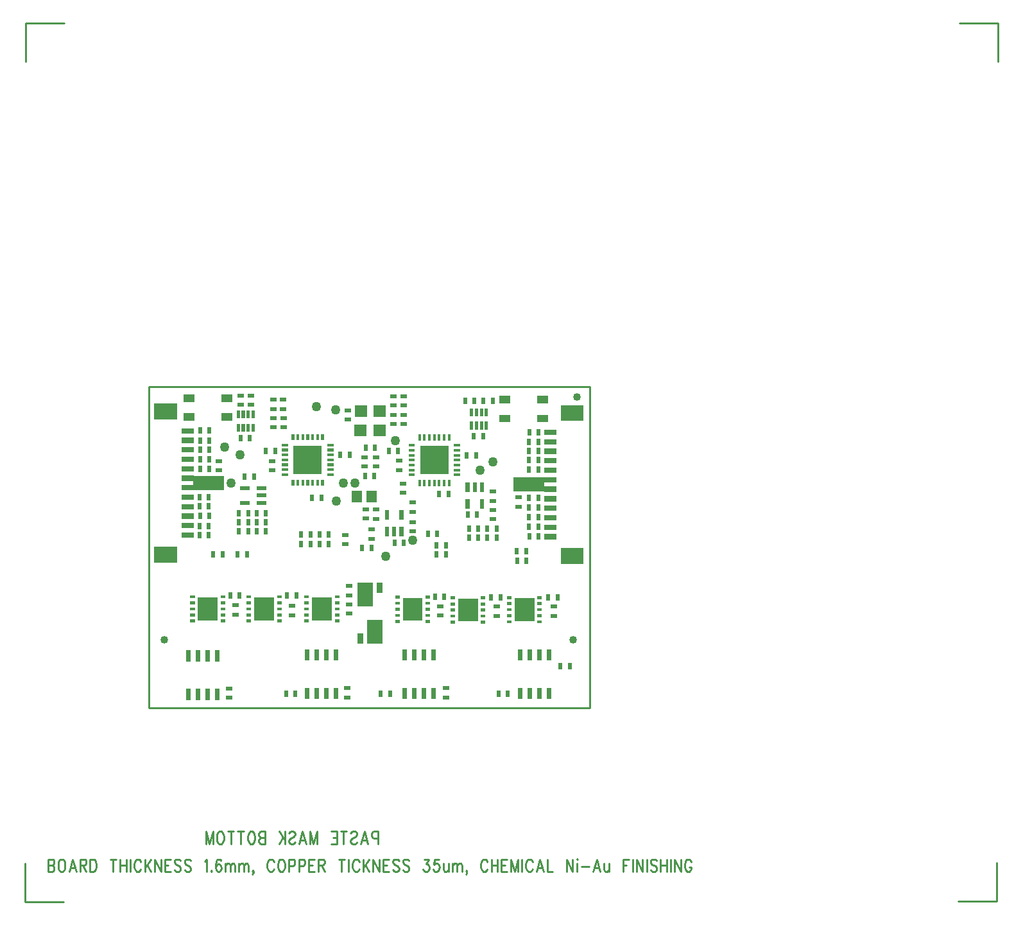
<source format=gbr>
*
*
G04 PADS Layout (Build Number 2007.21.1) generated Gerber (RS-274-X) file*
G04 PC Version=2.1*
*
%IN "2FOC-002.pcb"*%
*
%MOIN*%
*
%FSLAX35Y35*%
*
*
*
*
G04 PC Standard Apertures*
*
*
G04 Thermal Relief Aperture macro.*
%AMTER*
1,1,$1,0,0*
1,0,$1-$2,0,0*
21,0,$3,$4,0,0,45*
21,0,$3,$4,0,0,135*
%
*
*
G04 Annular Aperture macro.*
%AMANN*
1,1,$1,0,0*
1,0,$2,0,0*
%
*
*
G04 Odd Aperture macro.*
%AMODD*
1,1,$1,0,0*
1,0,$1-0.005,0,0*
%
*
*
G04 PC Custom Aperture Macros*
*
*
*
*
*
*
G04 PC Aperture Table*
*
%ADD010C,0.01*%
%ADD016R,0.035X0.024*%
%ADD019R,0.024X0.035*%
%ADD026R,0.052X0.06*%
%ADD035C,0.04*%
%ADD037C,0.05*%
%ADD048R,0.16X0.076*%
%ADD070C,0.001*%
%ADD072R,0.02756X0.02756*%
%ADD073R,0.08268X0.08268*%
%ADD076R,0.01575X0.01575*%
%ADD077R,0.10236X0.10236*%
%ADD079R,0.07992X0.07992*%
%ADD080R,0.02992X0.02992*%
%ADD093R,0.02362X0.02362*%
%ADD094R,0.01378X0.01378*%
%ADD095R,0.14567X0.14567*%
%ADD096R,0.05906X0.05906*%
%ADD097R,0.017X0.017*%
%ADD098R,0.021X0.021*%
%ADD126R,0.03937X0.03937*%
*
*
*
*
G04 PC Circuitry*
G04 Layer Name 2FOC-002.pcb - circuitry*
%LPD*%
*
*
G04 PC Custom Flashes*
G04 Layer Name 2FOC-002.pcb - flashes*
%LPD*%
*
*
G04 PC Circuitry*
G04 Layer Name 2FOC-002.pcb - circuitry*
%LPD*%
*
G54D10*
G01X1930512Y1408492D02*
Y1401929D01*
Y1408492D02*
X1928466D01*
X1927785Y1408179*
X1927557Y1407867*
X1927330Y1407242*
Y1406304*
X1927557Y1405679*
X1927785Y1405367*
X1928466Y1405054*
X1930512*
X1923466Y1408492D02*
X1925285Y1401929D01*
X1923466Y1408492D02*
X1921648Y1401929D01*
X1924603Y1404117D02*
X1922330D01*
X1916421Y1407554D02*
X1916875Y1408179D01*
X1917557Y1408492*
X1918466*
X1919148Y1408179*
X1919603Y1407554*
Y1406929*
X1919375Y1406304*
X1919148Y1405992*
X1918694Y1405679*
X1917330Y1405054*
X1916875Y1404742*
X1916648Y1404429*
X1916421Y1403804*
Y1402867*
X1916875Y1402242*
X1917557Y1401929*
X1918466*
X1919148Y1402242*
X1919603Y1402867*
X1912785Y1408492D02*
Y1401929D01*
X1914375Y1408492D02*
X1911194D01*
X1909148D02*
Y1401929D01*
Y1408492D02*
X1906194D01*
X1909148Y1405367D02*
X1907330D01*
X1909148Y1401929D02*
X1906194D01*
X1898921Y1408492D02*
Y1401929D01*
Y1408492D02*
X1897103Y1401929D01*
X1895285Y1408492D02*
X1897103Y1401929D01*
X1895285Y1408492D02*
Y1401929D01*
X1891421Y1408492D02*
X1893239Y1401929D01*
X1891421Y1408492D02*
X1889603Y1401929D01*
X1892557Y1404117D02*
X1890285D01*
X1884375Y1407554D02*
X1884830Y1408179D01*
X1885512Y1408492*
X1886421*
X1887103Y1408179*
X1887557Y1407554*
Y1406929*
X1887330Y1406304*
X1887103Y1405992*
X1886648Y1405679*
X1885285Y1405054*
X1884830Y1404742*
X1884603Y1404429*
X1884375Y1403804*
Y1402867*
X1884830Y1402242*
X1885512Y1401929*
X1886421*
X1887103Y1402242*
X1887557Y1402867*
X1882330Y1408492D02*
Y1401929D01*
X1879148Y1408492D02*
X1882330Y1404117D01*
X1881194Y1405679D02*
X1879148Y1401929D01*
X1871875Y1408492D02*
Y1401929D01*
Y1408492D02*
X1869830D01*
X1869148Y1408179*
X1868921Y1407867*
X1868694Y1407242*
Y1406617*
X1868921Y1405992*
X1869148Y1405679*
X1869830Y1405367*
X1871875D02*
X1869830D01*
X1869148Y1405054*
X1868921Y1404742*
X1868694Y1404117*
Y1403179*
X1868921Y1402554*
X1869148Y1402242*
X1869830Y1401929*
X1871875*
X1865285Y1408492D02*
X1865739Y1408179D01*
X1866194Y1407554*
X1866421Y1406929*
X1866648Y1405992*
Y1404429*
X1866421Y1403492*
X1866194Y1402867*
X1865739Y1402242*
X1865285Y1401929*
X1864375*
X1863921Y1402242*
X1863466Y1402867*
X1863239Y1403492*
X1863012Y1404429*
Y1405992*
X1863239Y1406929*
X1863466Y1407554*
X1863921Y1408179*
X1864375Y1408492*
X1865285*
X1859375D02*
Y1401929D01*
X1860966Y1408492D02*
X1857785D01*
X1854148D02*
Y1401929D01*
X1855739Y1408492D02*
X1852557D01*
X1849148D02*
X1849603Y1408179D01*
X1850057Y1407554*
X1850285Y1406929*
X1850512Y1405992*
Y1404429*
X1850285Y1403492*
X1850057Y1402867*
X1849603Y1402242*
X1849148Y1401929*
X1848239*
X1847785Y1402242*
X1847330Y1402867*
X1847103Y1403492*
X1846875Y1404429*
Y1405992*
X1847103Y1406929*
X1847330Y1407554*
X1847785Y1408179*
X1848239Y1408492*
X1849148*
X1844830D02*
Y1401929D01*
Y1408492D02*
X1843012Y1401929D01*
X1841194Y1408492D02*
X1843012Y1401929D01*
X1841194Y1408492D02*
Y1401929D01*
X1759252Y1394122D02*
Y1387559D01*
Y1394122D02*
X1761297D01*
X1761979Y1393809*
X1762207Y1393497*
X1762434Y1392872*
Y1392247*
X1762207Y1391622*
X1761979Y1391309*
X1761297Y1390997*
X1759252D02*
X1761297D01*
X1761979Y1390684*
X1762207Y1390372*
X1762434Y1389747*
Y1388809*
X1762207Y1388184*
X1761979Y1387872*
X1761297Y1387559*
X1759252*
X1765843Y1394122D02*
X1765388Y1393809D01*
X1764934Y1393184*
X1764707Y1392559*
X1764479Y1391622*
Y1390059*
X1764707Y1389122*
X1764934Y1388497*
X1765388Y1387872*
X1765843Y1387559*
X1766752*
X1767207Y1387872*
X1767661Y1388497*
X1767888Y1389122*
X1768116Y1390059*
Y1391622*
X1767888Y1392559*
X1767661Y1393184*
X1767207Y1393809*
X1766752Y1394122*
X1765843*
X1771979D02*
X1770161Y1387559D01*
X1771979Y1394122D02*
X1773797Y1387559D01*
X1770843Y1389747D02*
X1773116D01*
X1775843Y1394122D02*
Y1387559D01*
Y1394122D02*
X1777888D01*
X1778570Y1393809*
X1778797Y1393497*
X1779025Y1392872*
Y1392247*
X1778797Y1391622*
X1778570Y1391309*
X1777888Y1390997*
X1775843*
X1777434D02*
X1779025Y1387559D01*
X1781070Y1394122D02*
Y1387559D01*
Y1394122D02*
X1782661D01*
X1783343Y1393809*
X1783797Y1393184*
X1784025Y1392559*
X1784252Y1391622*
Y1390059*
X1784025Y1389122*
X1783797Y1388497*
X1783343Y1387872*
X1782661Y1387559*
X1781070*
X1793116Y1394122D02*
Y1387559D01*
X1791525Y1394122D02*
X1794707D01*
X1796752D02*
Y1387559D01*
X1799934Y1394122D02*
Y1387559D01*
X1796752Y1390997D02*
X1799934D01*
X1801979Y1394122D02*
Y1387559D01*
X1807434Y1392559D02*
X1807207Y1393184D01*
X1806752Y1393809*
X1806297Y1394122*
X1805388*
X1804934Y1393809*
X1804479Y1393184*
X1804252Y1392559*
X1804025Y1391622*
Y1390059*
X1804252Y1389122*
X1804479Y1388497*
X1804934Y1387872*
X1805388Y1387559*
X1806297*
X1806752Y1387872*
X1807207Y1388497*
X1807434Y1389122*
X1809479Y1394122D02*
Y1387559D01*
X1812661Y1394122D02*
X1809479Y1389747D01*
X1810616Y1391309D02*
X1812661Y1387559D01*
X1814707Y1394122D02*
Y1387559D01*
Y1394122D02*
X1817888Y1387559D01*
Y1394122D02*
Y1387559D01*
X1819934Y1394122D02*
Y1387559D01*
Y1394122D02*
X1822888D01*
X1819934Y1390997D02*
X1821752D01*
X1819934Y1387559D02*
X1822888D01*
X1828116Y1393184D02*
X1827661Y1393809D01*
X1826979Y1394122*
X1826070*
X1825388Y1393809*
X1824934Y1393184*
Y1392559*
X1825161Y1391934*
X1825388Y1391622*
X1825843Y1391309*
X1827207Y1390684*
X1827661Y1390372*
X1827888Y1390059*
X1828116Y1389434*
Y1388497*
X1827661Y1387872*
X1826979Y1387559*
X1826070*
X1825388Y1387872*
X1824934Y1388497*
X1833343Y1393184D02*
X1832888Y1393809D01*
X1832207Y1394122*
X1831297*
X1830616Y1393809*
X1830161Y1393184*
Y1392559*
X1830388Y1391934*
X1830616Y1391622*
X1831070Y1391309*
X1832434Y1390684*
X1832888Y1390372*
X1833116Y1390059*
X1833343Y1389434*
Y1388497*
X1832888Y1387872*
X1832207Y1387559*
X1831297*
X1830616Y1387872*
X1830161Y1388497*
X1840616Y1392872D02*
X1841070Y1393184D01*
X1841752Y1394122*
Y1387559*
X1844025Y1388184D02*
X1843797Y1387872D01*
X1844025Y1387559*
X1844252Y1387872*
X1844025Y1388184*
X1849025Y1393184D02*
X1848797Y1393809D01*
X1848116Y1394122*
X1847661*
X1846979Y1393809*
X1846525Y1392872*
X1846297Y1391309*
Y1389747*
X1846525Y1388497*
X1846979Y1387872*
X1847661Y1387559*
X1847888*
X1848570Y1387872*
X1849025Y1388497*
X1849252Y1389434*
Y1389747*
X1849025Y1390684*
X1848570Y1391309*
X1847888Y1391622*
X1847661*
X1846979Y1391309*
X1846525Y1390684*
X1846297Y1389747*
X1851297Y1391934D02*
Y1387559D01*
Y1390684D02*
X1851979Y1391622D01*
X1852434Y1391934*
X1853116*
X1853570Y1391622*
X1853797Y1390684*
Y1387559*
Y1390684D02*
X1854479Y1391622D01*
X1854934Y1391934*
X1855616*
X1856070Y1391622*
X1856297Y1390684*
Y1387559*
X1858343Y1391934D02*
Y1387559D01*
Y1390684D02*
X1859025Y1391622D01*
X1859479Y1391934*
X1860161*
X1860616Y1391622*
X1860843Y1390684*
Y1387559*
Y1390684D02*
X1861525Y1391622D01*
X1861979Y1391934*
X1862661*
X1863116Y1391622*
X1863343Y1390684*
Y1387559*
X1865843Y1387872D02*
X1865616Y1387559D01*
X1865388Y1387872*
X1865616Y1388184*
X1865843Y1387872*
Y1387247*
X1865616Y1386622*
X1865388Y1386309*
X1876525Y1392559D02*
X1876297Y1393184D01*
X1875843Y1393809*
X1875388Y1394122*
X1874479*
X1874025Y1393809*
X1873570Y1393184*
X1873343Y1392559*
X1873116Y1391622*
Y1390059*
X1873343Y1389122*
X1873570Y1388497*
X1874025Y1387872*
X1874479Y1387559*
X1875388*
X1875843Y1387872*
X1876297Y1388497*
X1876525Y1389122*
X1879934Y1394122D02*
X1879479Y1393809D01*
X1879025Y1393184*
X1878797Y1392559*
X1878570Y1391622*
Y1390059*
X1878797Y1389122*
X1879025Y1388497*
X1879479Y1387872*
X1879934Y1387559*
X1880843*
X1881297Y1387872*
X1881752Y1388497*
X1881979Y1389122*
X1882207Y1390059*
Y1391622*
X1881979Y1392559*
X1881752Y1393184*
X1881297Y1393809*
X1880843Y1394122*
X1879934*
X1884252D02*
Y1387559D01*
Y1394122D02*
X1886297D01*
X1886979Y1393809*
X1887207Y1393497*
X1887434Y1392872*
Y1391934*
X1887207Y1391309*
X1886979Y1390997*
X1886297Y1390684*
X1884252*
X1889479Y1394122D02*
Y1387559D01*
Y1394122D02*
X1891525D01*
X1892207Y1393809*
X1892434Y1393497*
X1892661Y1392872*
Y1391934*
X1892434Y1391309*
X1892207Y1390997*
X1891525Y1390684*
X1889479*
X1894707Y1394122D02*
Y1387559D01*
Y1394122D02*
X1897661D01*
X1894707Y1390997D02*
X1896525D01*
X1894707Y1387559D02*
X1897661D01*
X1899707Y1394122D02*
Y1387559D01*
Y1394122D02*
X1901752D01*
X1902434Y1393809*
X1902661Y1393497*
X1902888Y1392872*
Y1392247*
X1902661Y1391622*
X1902434Y1391309*
X1901752Y1390997*
X1899707*
X1901297D02*
X1902888Y1387559D01*
X1911752Y1394122D02*
Y1387559D01*
X1910161Y1394122D02*
X1913343D01*
X1915388D02*
Y1387559D01*
X1920843Y1392559D02*
X1920616Y1393184D01*
X1920161Y1393809*
X1919707Y1394122*
X1918797*
X1918343Y1393809*
X1917888Y1393184*
X1917661Y1392559*
X1917434Y1391622*
Y1390059*
X1917661Y1389122*
X1917888Y1388497*
X1918343Y1387872*
X1918797Y1387559*
X1919707*
X1920161Y1387872*
X1920616Y1388497*
X1920843Y1389122*
X1922888Y1394122D02*
Y1387559D01*
X1926070Y1394122D02*
X1922888Y1389747D01*
X1924025Y1391309D02*
X1926070Y1387559D01*
X1928116Y1394122D02*
Y1387559D01*
Y1394122D02*
X1931297Y1387559D01*
Y1394122D02*
Y1387559D01*
X1933343Y1394122D02*
Y1387559D01*
Y1394122D02*
X1936297D01*
X1933343Y1390997D02*
X1935161D01*
X1933343Y1387559D02*
X1936297D01*
X1941525Y1393184D02*
X1941070Y1393809D01*
X1940388Y1394122*
X1939479*
X1938797Y1393809*
X1938343Y1393184*
Y1392559*
X1938570Y1391934*
X1938797Y1391622*
X1939252Y1391309*
X1940616Y1390684*
X1941070Y1390372*
X1941297Y1390059*
X1941525Y1389434*
Y1388497*
X1941070Y1387872*
X1940388Y1387559*
X1939479*
X1938797Y1387872*
X1938343Y1388497*
X1946752Y1393184D02*
X1946297Y1393809D01*
X1945616Y1394122*
X1944707*
X1944025Y1393809*
X1943570Y1393184*
Y1392559*
X1943797Y1391934*
X1944025Y1391622*
X1944479Y1391309*
X1945843Y1390684*
X1946297Y1390372*
X1946525Y1390059*
X1946752Y1389434*
Y1388497*
X1946297Y1387872*
X1945616Y1387559*
X1944707*
X1944025Y1387872*
X1943570Y1388497*
X1954479Y1394122D02*
X1956979D01*
X1955616Y1391622*
X1956297*
X1956752Y1391309*
X1956979Y1390997*
X1957207Y1390059*
Y1389434*
X1956979Y1388497*
X1956525Y1387872*
X1955843Y1387559*
X1955161*
X1954479Y1387872*
X1954252Y1388184*
X1954025Y1388809*
X1962207Y1394122D02*
X1959934D01*
X1959707Y1391309*
X1959934Y1391622*
X1960616Y1391934*
X1961297*
X1961979Y1391622*
X1962434Y1390997*
X1962661Y1390059*
X1962434Y1389434*
X1962207Y1388497*
X1961752Y1387872*
X1961070Y1387559*
X1960388*
X1959707Y1387872*
X1959479Y1388184*
X1959252Y1388809*
X1964707Y1391934D02*
Y1388809D01*
X1964934Y1387872*
X1965388Y1387559*
X1966070*
X1966525Y1387872*
X1967207Y1388809*
Y1391934D02*
Y1387559D01*
X1969252Y1391934D02*
Y1387559D01*
Y1390684D02*
X1969934Y1391622D01*
X1970388Y1391934*
X1971070*
X1971525Y1391622*
X1971752Y1390684*
Y1387559*
Y1390684D02*
X1972434Y1391622D01*
X1972888Y1391934*
X1973570*
X1974025Y1391622*
X1974252Y1390684*
Y1387559*
X1976752Y1387872D02*
X1976525Y1387559D01*
X1976297Y1387872*
X1976525Y1388184*
X1976752Y1387872*
Y1387247*
X1976525Y1386622*
X1976297Y1386309*
X1987434Y1392559D02*
X1987207Y1393184D01*
X1986752Y1393809*
X1986297Y1394122*
X1985388*
X1984934Y1393809*
X1984479Y1393184*
X1984252Y1392559*
X1984025Y1391622*
Y1390059*
X1984252Y1389122*
X1984479Y1388497*
X1984934Y1387872*
X1985388Y1387559*
X1986297*
X1986752Y1387872*
X1987207Y1388497*
X1987434Y1389122*
X1989479Y1394122D02*
Y1387559D01*
X1992661Y1394122D02*
Y1387559D01*
X1989479Y1390997D02*
X1992661D01*
X1994707Y1394122D02*
Y1387559D01*
Y1394122D02*
X1997661D01*
X1994707Y1390997D02*
X1996525D01*
X1994707Y1387559D02*
X1997661D01*
X1999707Y1394122D02*
Y1387559D01*
Y1394122D02*
X2001525Y1387559D01*
X2003343Y1394122D02*
X2001525Y1387559D01*
X2003343Y1394122D02*
Y1387559D01*
X2005388Y1394122D02*
Y1387559D01*
X2010843Y1392559D02*
X2010616Y1393184D01*
X2010161Y1393809*
X2009707Y1394122*
X2008797*
X2008343Y1393809*
X2007888Y1393184*
X2007661Y1392559*
X2007434Y1391622*
Y1390059*
X2007661Y1389122*
X2007888Y1388497*
X2008343Y1387872*
X2008797Y1387559*
X2009707*
X2010161Y1387872*
X2010616Y1388497*
X2010843Y1389122*
X2014707Y1394122D02*
X2012888Y1387559D01*
X2014707Y1394122D02*
X2016525Y1387559D01*
X2013570Y1389747D02*
X2015843D01*
X2018570Y1394122D02*
Y1387559D01*
X2021297*
X2028570Y1394122D02*
Y1387559D01*
Y1394122D02*
X2031752Y1387559D01*
Y1394122D02*
Y1387559D01*
X2033797Y1394122D02*
X2034025Y1393809D01*
X2034252Y1394122*
X2034025Y1394434*
X2033797Y1394122*
X2034025Y1391934D02*
Y1387559D01*
X2036297Y1390372D02*
X2040388D01*
X2044252Y1394122D02*
X2042434Y1387559D01*
X2044252Y1394122D02*
X2046070Y1387559D01*
X2043116Y1389747D02*
X2045388D01*
X2048116Y1391934D02*
Y1388809D01*
X2048343Y1387872*
X2048797Y1387559*
X2049479*
X2049934Y1387872*
X2050616Y1388809*
Y1391934D02*
Y1387559D01*
X2057888Y1394122D02*
Y1387559D01*
Y1394122D02*
X2060843D01*
X2057888Y1390997D02*
X2059707D01*
X2062888Y1394122D02*
Y1387559D01*
X2064934Y1394122D02*
Y1387559D01*
Y1394122D02*
X2068116Y1387559D01*
Y1394122D02*
Y1387559D01*
X2070161Y1394122D02*
Y1387559D01*
X2075388Y1393184D02*
X2074934Y1393809D01*
X2074252Y1394122*
X2073343*
X2072661Y1393809*
X2072207Y1393184*
Y1392559*
X2072434Y1391934*
X2072661Y1391622*
X2073116Y1391309*
X2074479Y1390684*
X2074934Y1390372*
X2075161Y1390059*
X2075388Y1389434*
Y1388497*
X2074934Y1387872*
X2074252Y1387559*
X2073343*
X2072661Y1387872*
X2072207Y1388497*
X2077434Y1394122D02*
Y1387559D01*
X2080616Y1394122D02*
Y1387559D01*
X2077434Y1390997D02*
X2080616D01*
X2082661Y1394122D02*
Y1387559D01*
X2084707Y1394122D02*
Y1387559D01*
Y1394122D02*
X2087888Y1387559D01*
Y1394122D02*
Y1387559D01*
X2093343Y1392559D02*
X2093116Y1393184D01*
X2092661Y1393809*
X2092207Y1394122*
X2091297*
X2090843Y1393809*
X2090388Y1393184*
X2090161Y1392559*
X2089934Y1391622*
Y1390059*
X2090161Y1389122*
X2090388Y1388497*
X2090843Y1387872*
X2091297Y1387559*
X2092207*
X2092661Y1387872*
X2093116Y1388497*
X2093343Y1389122*
Y1390059*
X2092207D02*
X2093343D01*
X1811638Y1472618D02*
X2040748D01*
Y1639331*
X1811638*
Y1472618*
X1767520Y1828110D02*
X1747520D01*
Y1808110*
X1747441Y1391890D02*
Y1371890D01*
X1767441*
X2232087Y1372205D02*
X2252087D01*
Y1392205*
X2252559Y1808031D02*
Y1828031D01*
X2232559*
G54D16*
X1864567Y1629844D03*
Y1634644D03*
X1859449Y1629844D03*
Y1634644D03*
X1929528Y1602754D03*
Y1597954D03*
X1923622Y1602754D03*
Y1597954D03*
X1847835Y1595986D03*
Y1600786D03*
X2003740Y1581888D03*
Y1577088D03*
X1881496Y1618230D03*
Y1623030D03*
X1881299Y1627679D03*
Y1632479D03*
X1876181Y1618230D03*
Y1623030D03*
Y1627679D03*
Y1632479D03*
X1938606Y1619824D03*
Y1624624D03*
Y1629470D03*
Y1634270D03*
X1944118Y1619824D03*
Y1624624D03*
Y1629470D03*
Y1634270D03*
X1948646Y1569113D03*
Y1564313D03*
Y1579152D03*
Y1574352D03*
X1927189Y1560376D03*
Y1565176D03*
X1924236Y1570809D03*
Y1575609D03*
X1913606Y1562420D03*
Y1557620D03*
X1929528Y1575589D03*
Y1570789D03*
X1965945Y1478072D03*
Y1482872D03*
X1853346Y1477876D03*
Y1482676D03*
X1914764Y1478072D03*
Y1482872D03*
X1915575Y1535845D03*
Y1531045D03*
X1914961Y1622167D03*
Y1626967D03*
X1875614Y1595809D03*
Y1600609D03*
X1941559Y1596006D03*
Y1600806D03*
X1856520Y1525806D03*
Y1521006D03*
X1886024Y1525589D03*
Y1520789D03*
X1915551Y1526376D03*
Y1521576D03*
X1962819Y1525412D03*
Y1520612D03*
X1992150Y1525215D03*
Y1520415D03*
X2021874Y1525215D03*
Y1520415D03*
X1943528Y1584194D03*
Y1588994D03*
X1990378Y1570612D03*
Y1575412D03*
Y1580061D03*
Y1584861D03*
G54D19*
X1985395Y1631850D03*
X1990195D03*
X1980770Y1631870D03*
X1975970D03*
X1842754Y1581850D03*
X1837954D03*
X1838151Y1616496D03*
X1842951D03*
X2014014Y1561772D03*
X2009214D03*
X1837954Y1562362D03*
X1842754D03*
X2014014Y1615709D03*
X2009214D03*
X1842754Y1577126D03*
X1837954D03*
X1842951Y1572205D03*
X1838151D03*
X1858450Y1564154D03*
X1863250D03*
X1872282Y1573583D03*
X1867482D03*
X1858427Y1568858D03*
X1863227D03*
X1872306Y1564154D03*
X1867506D03*
X1863250Y1573602D03*
X1858450D03*
X1992187Y1565728D03*
X1987387D03*
X1982739Y1561004D03*
X1977939D03*
X1922427Y1555492D03*
X1927227D03*
X1842951Y1596614D03*
X1838151D03*
X1842951Y1601535D03*
X1838151D03*
X1842951Y1606457D03*
X1838151D03*
X1842951Y1611378D03*
X1838151D03*
X2009017Y1610787D03*
X2013817D03*
X2009017Y1596417D03*
X2013817D03*
X2009017Y1601142D03*
X2013817D03*
X2009017Y1581457D03*
X2013817D03*
X2009017Y1576535D03*
X2013817D03*
X2009017Y1571614D03*
X2013817D03*
X2009017Y1566693D03*
X2013817D03*
X2009017Y1605866D03*
X2013817D03*
X1842754Y1567087D03*
X1837954D03*
X1872427Y1605886D03*
X1877227D03*
X1936183Y1606063D03*
X1940983D03*
X1858711Y1530795D03*
X1853911D03*
X1994156Y1530098D03*
X1989356D03*
X2023880D03*
X2019080D03*
X1977939Y1565728D03*
X1982739D03*
X1888211Y1530795D03*
X1883411D03*
X1882836Y1480079D03*
X1887636D03*
X1932049D03*
X1936849D03*
X2025356Y1494252D03*
X2030156D03*
X1864085Y1612476D03*
X1859285D03*
X1985211Y1613551D03*
X1980411D03*
X1915786Y1603898D03*
X1910986D03*
X1928975Y1607638D03*
X1924175D03*
X1928605Y1593091D03*
X1923805D03*
X1901219Y1581457D03*
X1896419D03*
X1967187Y1583642D03*
X1962387D03*
X1981534Y1603701D03*
X1976734D03*
X1943935Y1558425D03*
X1939135D03*
X1993269Y1480079D03*
X1998069D03*
X1981951Y1572815D03*
X1977151D03*
X1866203Y1592697D03*
X1861403D03*
X1872306Y1568878D03*
X1867506D03*
X1965022Y1530295D03*
X1960222D03*
X1849865Y1552146D03*
X1845065D03*
X1895534Y1557461D03*
X1890734D03*
X1857663Y1552146D03*
X1862463D03*
X1895534Y1562579D03*
X1890734D03*
X1900183D03*
X1904983D03*
X1961282Y1562972D03*
X1956482D03*
X1900183Y1557461D03*
X1904983D03*
X2007739Y1548996D03*
X2002939D03*
X1961009Y1557067D03*
X1965809D03*
X2007542Y1554114D03*
X2002742D03*
X1961009Y1552343D03*
X1965809D03*
X1992187Y1561004D03*
X1987387D03*
G54D26*
X1919649Y1582264D03*
X1927249D03*
G54D35*
X2034079Y1634035D03*
X2032110Y1508051D03*
X1819512D03*
G54D37*
X1939764Y1611378D03*
X1983685Y1596043D03*
X1990181Y1600374D03*
X1858858Y1603898D03*
X1850811Y1607854D03*
X1912622Y1589154D03*
X1908465Y1627126D03*
X1854354Y1589350D03*
X1918528D03*
X1934669Y1551161D03*
X1909079Y1580098D03*
X1948646Y1559626D03*
X1898646Y1628917D03*
G54D48*
X1842740Y1589350D03*
X2009079Y1588563D03*
G54D70*
G54D72*
X1829921Y1562264D02*
X1833465D01*
X1829921Y1567185D02*
X1833465D01*
X1829921Y1572106D02*
X1833465D01*
X1829921Y1577028D02*
X1833465D01*
X1829921Y1581949D02*
X1833465D01*
X1829921Y1586870D02*
X1833465D01*
X1829921Y1591791D02*
X1833465D01*
X1829921Y1596713D02*
X1833465D01*
X1829921Y1601634D02*
X1833465D01*
X1829921Y1606555D02*
X1833465D01*
X1829921Y1611476D02*
X1833465D01*
X1829921Y1616398D02*
X1833465D01*
X2021850Y1615610D02*
X2018307D01*
X2021850Y1610689D02*
X2018307D01*
X2021850Y1605768D02*
X2018307D01*
X2021850Y1600846D02*
X2018307D01*
X2021850Y1595925D02*
X2018307D01*
X2021850Y1591004D02*
X2018307D01*
X2021850Y1586083D02*
X2018307D01*
X2021850Y1581161D02*
X2018307D01*
X2021850Y1576240D02*
X2018307D01*
X2021850Y1571319D02*
X2018307D01*
X2021850Y1566398D02*
X2018307D01*
X2021850Y1561476D02*
X2018307D01*
G54D73*
X1818504Y1626437D02*
X1822047D01*
X1818504Y1552224D02*
X1822047D01*
X2033268Y1551437D02*
X2029724D01*
X2033268Y1625650D02*
X2029724D01*
G54D76*
X1850417Y1530295D02*
X1849630D01*
X1850417Y1527146D02*
X1849630D01*
X1850417Y1523996D02*
X1849630D01*
X1850417Y1520846D02*
X1849630D01*
X1850417Y1517697D02*
X1849630D01*
X1834669D02*
X1833882D01*
X1834669Y1520846D02*
X1833882D01*
X1834669Y1523996D02*
X1833882D01*
X1834669Y1527146D02*
X1833882D01*
X1834669Y1530295D02*
X1833882D01*
X1879705D02*
X1878917D01*
X1879705Y1527146D02*
X1878917D01*
X1879705Y1523996D02*
X1878917D01*
X1879705Y1520846D02*
X1878917D01*
X1879705Y1517697D02*
X1878917D01*
X1863957D02*
X1863169D01*
X1863957Y1520846D02*
X1863169D01*
X1863957Y1523996D02*
X1863169D01*
X1863957Y1527146D02*
X1863169D01*
X1863957Y1530295D02*
X1863169D01*
X1909705D02*
X1908917D01*
X1909705Y1527146D02*
X1908917D01*
X1909705Y1523996D02*
X1908917D01*
X1909705Y1520846D02*
X1908917D01*
X1909705Y1517697D02*
X1908917D01*
X1893957D02*
X1893169D01*
X1893957Y1520846D02*
X1893169D01*
X1893957Y1523996D02*
X1893169D01*
X1893957Y1527146D02*
X1893169D01*
X1893957Y1530295D02*
X1893169D01*
X1956913Y1530098D02*
X1956126D01*
X1956913Y1526949D02*
X1956126D01*
X1956913Y1523799D02*
X1956126D01*
X1956913Y1520650D02*
X1956126D01*
X1956913Y1517500D02*
X1956126D01*
X1941165D02*
X1940378D01*
X1941165Y1520650D02*
X1940378D01*
X1941165Y1523799D02*
X1940378D01*
X1941165Y1526949D02*
X1940378D01*
X1941165Y1530098D02*
X1940378D01*
X1985654Y1529705D02*
X1984866D01*
X1985654Y1526555D02*
X1984866D01*
X1985654Y1523406D02*
X1984866D01*
X1985654Y1520256D02*
X1984866D01*
X1985654Y1517106D02*
X1984866D01*
X1969906D02*
X1969118D01*
X1969906Y1520256D02*
X1969118D01*
X1969906Y1523406D02*
X1969118D01*
X1969906Y1526555D02*
X1969118D01*
X1969906Y1529705D02*
X1969118D01*
X2014984Y1529902D02*
X2014197D01*
X2014984Y1526752D02*
X2014197D01*
X2014984Y1523602D02*
X2014197D01*
X2014984Y1520453D02*
X2014197D01*
X2014984Y1517303D02*
X2014197D01*
X1999236D02*
X1998449D01*
X1999236Y1520453D02*
X1998449D01*
X1999236Y1523602D02*
X1998449D01*
X1999236Y1526752D02*
X1998449D01*
X1999236Y1529902D02*
X1998449D01*
G54D77*
X1842150Y1524783D02*
Y1523209D01*
X1871437Y1524783D02*
Y1523209D01*
X1901437Y1524783D02*
Y1523209D01*
X1948646Y1524587D02*
Y1523012D01*
X1977386Y1524193D02*
Y1522618D01*
X2006717Y1524390D02*
Y1522815D01*
G54D79*
X1929047Y1509846D02*
Y1514374D01*
X1923843Y1529244D02*
Y1533772D01*
G54D80*
X1921350Y1507327D02*
Y1509846D01*
X1931543Y1533768D02*
Y1536287D01*
G54D93*
X1893878Y1501890D02*
Y1498346D01*
X1898878Y1501890D02*
Y1498346D01*
X1903878Y1501890D02*
Y1498346D01*
X1908878Y1501890D02*
Y1498346D01*
Y1481890D02*
Y1478346D01*
X1903878Y1481890D02*
Y1478346D01*
X1898878Y1481890D02*
Y1478346D01*
X1893878Y1481890D02*
Y1478346D01*
X2004311Y1501890D02*
Y1498346D01*
X2009311Y1501890D02*
Y1498346D01*
X2014311Y1501890D02*
Y1498346D01*
X2019311Y1501890D02*
Y1498346D01*
Y1481890D02*
Y1478346D01*
X2014311Y1481890D02*
Y1478346D01*
X2009311Y1481890D02*
Y1478346D01*
X2004311Y1481890D02*
Y1478346D01*
X1832067Y1501299D02*
Y1497756D01*
X1837067Y1501299D02*
Y1497756D01*
X1842067Y1501299D02*
Y1497756D01*
X1847067Y1501299D02*
Y1497756D01*
Y1481299D02*
Y1477756D01*
X1842067Y1481299D02*
Y1477756D01*
X1837067Y1481299D02*
Y1477756D01*
X1832067Y1481299D02*
Y1477756D01*
X1944469Y1501890D02*
Y1498346D01*
X1949469Y1501890D02*
Y1498346D01*
X1954469Y1501890D02*
Y1498346D01*
X1959469Y1501890D02*
Y1498346D01*
Y1481890D02*
Y1478346D01*
X1954469Y1481890D02*
Y1478346D01*
X1949469Y1481890D02*
Y1478346D01*
X1944469Y1481890D02*
Y1478346D01*
G54D94*
X1886441Y1614055D02*
Y1612283D01*
X1889000Y1614055D02*
Y1612283D01*
X1891559Y1614055D02*
Y1612283D01*
X1894118Y1614055D02*
Y1612283D01*
X1896677Y1614055D02*
Y1612283D01*
X1899236Y1614055D02*
Y1612283D01*
X1901795Y1614055D02*
Y1612283D01*
X1906815Y1609035D02*
X1905043D01*
X1906815Y1606476D02*
X1905043D01*
X1906815Y1603917D02*
X1905043D01*
X1906815Y1601358D02*
X1905043D01*
X1906815Y1598799D02*
X1905043D01*
X1906815Y1596240D02*
X1905043D01*
X1906815Y1593681D02*
X1905043D01*
X1901795Y1590433D02*
Y1588661D01*
X1899236Y1590433D02*
Y1588661D01*
X1896677Y1590433D02*
Y1588661D01*
X1894118Y1590433D02*
Y1588661D01*
X1891559Y1590433D02*
Y1588661D01*
X1889000Y1590433D02*
Y1588661D01*
X1886441Y1590433D02*
Y1588661D01*
X1883193Y1593681D02*
X1881421D01*
X1883193Y1596240D02*
X1881421D01*
X1883193Y1598799D02*
X1881421D01*
X1883193Y1601358D02*
X1881421D01*
X1883193Y1603917D02*
X1881421D01*
X1883193Y1606476D02*
X1881421D01*
X1883193Y1609035D02*
X1881421D01*
X1952189Y1613858D02*
Y1612087D01*
X1954748Y1613858D02*
Y1612087D01*
X1957307Y1613858D02*
Y1612087D01*
X1959866Y1613858D02*
Y1612087D01*
X1962425Y1613858D02*
Y1612087D01*
X1964984Y1613858D02*
Y1612087D01*
X1967543Y1613858D02*
Y1612087D01*
X1972563Y1608839D02*
X1970791D01*
X1972563Y1606280D02*
X1970791D01*
X1972563Y1603720D02*
X1970791D01*
X1972563Y1601161D02*
X1970791D01*
X1972563Y1598602D02*
X1970791D01*
X1972563Y1596043D02*
X1970791D01*
X1972563Y1593484D02*
X1970791D01*
X1967543Y1590236D02*
Y1588465D01*
X1964984Y1590236D02*
Y1588465D01*
X1962425Y1590236D02*
Y1588465D01*
X1959866Y1590236D02*
Y1588465D01*
X1957307Y1590236D02*
Y1588465D01*
X1954748Y1590236D02*
Y1588465D01*
X1952189Y1590236D02*
Y1588465D01*
X1948941Y1593484D02*
X1947169D01*
X1948941Y1596043D02*
X1947169D01*
X1948941Y1598602D02*
X1947169D01*
X1948941Y1601161D02*
X1947169D01*
X1948941Y1603720D02*
X1947169D01*
X1948941Y1606280D02*
X1947169D01*
X1948941Y1608839D02*
X1947169D01*
G54D95*
X1894118Y1601358D03*
X1959866Y1601161D03*
G54D96*
X1931693Y1626535D02*
X1931299D01*
X1931693Y1616535D02*
X1931299D01*
X1921693D02*
X1921299D01*
X1921850Y1626535D02*
X1921457D01*
G54D97*
X1865744Y1616795D02*
Y1619229D01*
X1863185Y1616795D02*
Y1619229D01*
X1860626Y1616795D02*
Y1619229D01*
X1858067Y1616795D02*
Y1619229D01*
Y1623724D02*
Y1626158D01*
X1860626Y1623724D02*
Y1626158D01*
X1863185Y1623724D02*
Y1626158D01*
X1865744Y1623724D02*
Y1626158D01*
X1986870Y1617870D02*
Y1620304D01*
X1984311Y1617870D02*
Y1620304D01*
X1981752Y1617870D02*
Y1620304D01*
X1979193Y1617870D02*
Y1620304D01*
Y1624799D02*
Y1627233D01*
X1981752Y1624799D02*
Y1627233D01*
X1984311Y1624799D02*
Y1627233D01*
X1986870Y1624799D02*
Y1627233D01*
G54D98*
X1942776Y1562518D02*
Y1565418D01*
X1938976Y1562518D02*
Y1565418D01*
X1935176Y1562518D02*
Y1565418D01*
Y1571218D02*
Y1574118D01*
X1942776Y1571218D02*
Y1574118D01*
X1871522Y1586654D02*
X1868622D01*
X1871522Y1582854D02*
X1868622D01*
X1871522Y1579054D02*
X1868622D01*
X1862822D02*
X1859922D01*
X1862822Y1586654D02*
X1859922D01*
X1977129Y1588604D02*
Y1585704D01*
X1980929Y1588604D02*
Y1585704D01*
X1984729Y1588604D02*
Y1585704D01*
Y1579904D02*
Y1577004D01*
X1977129Y1579904D02*
Y1577004D01*
G54D126*
X1851181Y1623583D02*
X1853150D01*
X1851181Y1633425D02*
X1853150D01*
X1831496D02*
X1833465D01*
X1831496Y1623583D02*
X1833465D01*
X1997465Y1632657D02*
X1995496D01*
X1997465Y1622815D02*
X1995496D01*
X2017150D02*
X2015181D01*
X2017150Y1632657D02*
X2015181D01*
X0Y0D02*
M02*

</source>
